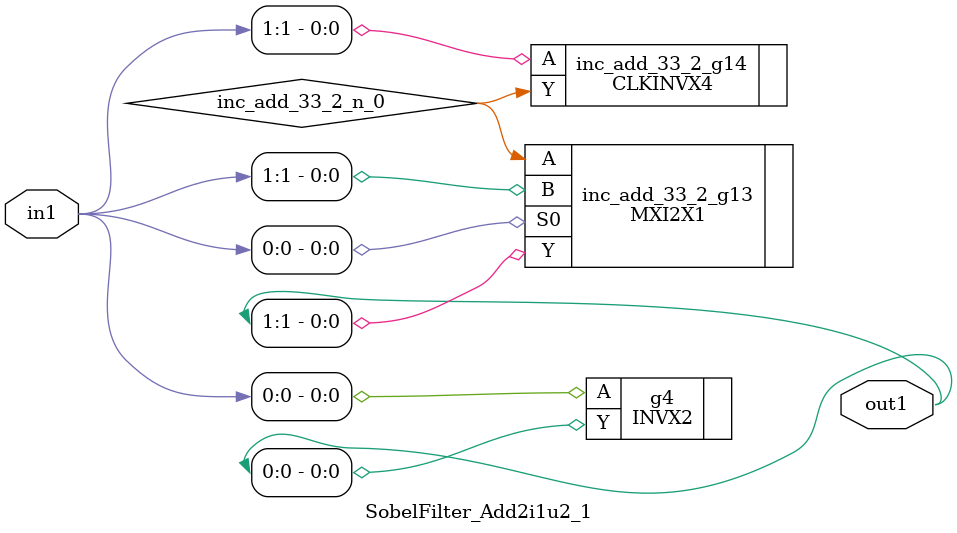
<source format=v>
`timescale 1ps / 1ps


module SobelFilter_Add2i1u2_1(in1, out1);
  input [1:0] in1;
  output [1:0] out1;
  wire [1:0] in1;
  wire [1:0] out1;
  wire inc_add_33_2_n_0;
  INVX2 g4(.A (in1[0]), .Y (out1[0]));
  MXI2X1 inc_add_33_2_g13(.A (inc_add_33_2_n_0), .B (in1[1]), .S0
       (in1[0]), .Y (out1[1]));
  CLKINVX4 inc_add_33_2_g14(.A (in1[1]), .Y (inc_add_33_2_n_0));
endmodule



</source>
